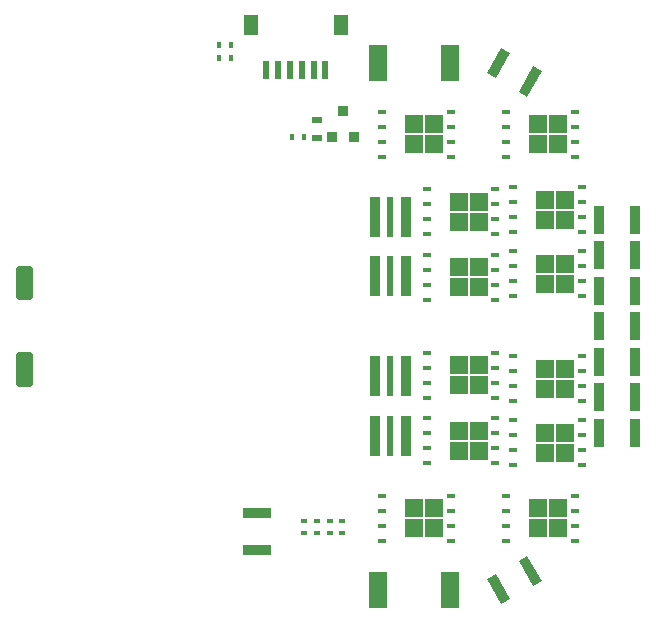
<source format=gbr>
G04 EAGLE Gerber RS-274X export*
G75*
%MOMM*%
%FSLAX34Y34*%
%LPD*%
%AMOC8*
5,1,8,0,0,1.08239X$1,22.5*%
G01*
%ADD10R,0.750000X0.400000*%
%ADD11R,1.500000X1.500000*%
%ADD12R,0.949200X3.349200*%
%ADD13R,0.549200X3.349200*%
%ADD14R,0.949200X0.949200*%
%ADD15R,0.449200X0.549200*%
%ADD16R,0.549200X0.449200*%
%ADD17R,0.849200X2.449200*%
%ADD18R,1.549200X3.049200*%
%ADD19R,0.549200X1.499200*%
%ADD20R,1.149200X1.749200*%
%ADD21C,0.695616*%
%ADD22R,2.449200X0.849200*%
%ADD23R,0.849200X0.549200*%


D10*
X76000Y103350D03*
X76000Y116050D03*
X76000Y90650D03*
X76000Y77950D03*
D11*
X103000Y105500D03*
D10*
X134000Y116050D03*
X134000Y103350D03*
X134000Y90650D03*
X134000Y77950D03*
D11*
X103000Y88500D03*
X120000Y105500D03*
X120000Y88500D03*
D10*
X143000Y168850D03*
X143000Y181550D03*
X143000Y156150D03*
X143000Y143450D03*
D11*
X170000Y171000D03*
D10*
X201000Y181550D03*
X201000Y168850D03*
X201000Y156150D03*
X201000Y143450D03*
D11*
X170000Y154000D03*
X187000Y171000D03*
X187000Y154000D03*
D12*
X58000Y92500D03*
D13*
X45000Y92500D03*
D12*
X32000Y92500D03*
X58000Y42500D03*
D13*
X45000Y42500D03*
D12*
X32000Y42500D03*
D14*
X4750Y182000D03*
X14250Y160000D03*
X-4750Y160000D03*
D15*
X-28500Y160250D03*
X-38500Y160250D03*
D10*
X149000Y104850D03*
X149000Y117550D03*
X149000Y92150D03*
X149000Y79450D03*
D11*
X176000Y107000D03*
D10*
X207000Y117550D03*
X207000Y104850D03*
X207000Y92150D03*
X207000Y79450D03*
D11*
X176000Y90000D03*
X193000Y107000D03*
X193000Y90000D03*
D10*
X38000Y168850D03*
X38000Y181550D03*
X38000Y156150D03*
X38000Y143450D03*
D11*
X65000Y171000D03*
D10*
X96000Y181550D03*
X96000Y168850D03*
X96000Y156150D03*
X96000Y143450D03*
D11*
X65000Y154000D03*
X82000Y171000D03*
X82000Y154000D03*
D10*
X38000Y-156150D03*
X38000Y-143450D03*
X38000Y-168850D03*
X38000Y-181550D03*
D11*
X65000Y-154000D03*
D10*
X96000Y-143450D03*
X96000Y-156150D03*
X96000Y-168850D03*
X96000Y-181550D03*
D11*
X65000Y-171000D03*
X82000Y-154000D03*
X82000Y-171000D03*
D10*
X143000Y-156150D03*
X143000Y-143450D03*
X143000Y-168850D03*
X143000Y-181550D03*
D11*
X170000Y-154000D03*
D10*
X201000Y-143450D03*
X201000Y-156150D03*
X201000Y-168850D03*
X201000Y-181550D03*
D11*
X170000Y-171000D03*
X187000Y-154000D03*
X187000Y-171000D03*
D12*
X32000Y-92500D03*
D13*
X45000Y-92500D03*
D12*
X58000Y-92500D03*
X32000Y-42500D03*
D13*
X45000Y-42500D03*
D12*
X58000Y-42500D03*
D16*
X-17500Y-165000D03*
X-17500Y-175000D03*
X4500Y-165000D03*
X4500Y-175000D03*
D10*
X149000Y-92150D03*
X149000Y-79450D03*
X149000Y-104850D03*
X149000Y-117550D03*
D11*
X176000Y-90000D03*
D10*
X207000Y-79450D03*
X207000Y-92150D03*
X207000Y-104850D03*
X207000Y-117550D03*
D11*
X176000Y-107000D03*
X193000Y-90000D03*
X193000Y-107000D03*
D16*
X-28500Y-165000D03*
X-28500Y-175000D03*
D10*
X76000Y-90650D03*
X76000Y-77950D03*
X76000Y-103350D03*
X76000Y-116050D03*
D11*
X103000Y-88500D03*
D10*
X134000Y-77950D03*
X134000Y-90650D03*
X134000Y-103350D03*
X134000Y-116050D03*
D11*
X103000Y-105500D03*
X120000Y-88500D03*
X120000Y-105500D03*
D16*
X-6500Y-165000D03*
X-6500Y-175000D03*
D10*
X76000Y-35150D03*
X76000Y-22450D03*
X76000Y-47850D03*
X76000Y-60550D03*
D11*
X103000Y-33000D03*
D10*
X134000Y-22450D03*
X134000Y-35150D03*
X134000Y-47850D03*
X134000Y-60550D03*
D11*
X103000Y-50000D03*
X120000Y-33000D03*
X120000Y-50000D03*
D10*
X149000Y-38150D03*
X149000Y-25450D03*
X149000Y-50850D03*
X149000Y-63550D03*
D11*
X176000Y-36000D03*
D10*
X207000Y-25450D03*
X207000Y-38150D03*
X207000Y-50850D03*
X207000Y-63550D03*
D11*
X176000Y-53000D03*
X193000Y-36000D03*
X193000Y-53000D03*
D10*
X149000Y50850D03*
X149000Y63550D03*
X149000Y38150D03*
X149000Y25450D03*
D11*
X176000Y53000D03*
D10*
X207000Y63550D03*
X207000Y50850D03*
X207000Y38150D03*
X207000Y25450D03*
D11*
X176000Y36000D03*
X193000Y53000D03*
X193000Y36000D03*
D10*
X76000Y47850D03*
X76000Y60550D03*
X76000Y35150D03*
X76000Y22450D03*
D11*
X103000Y50000D03*
D10*
X134000Y60550D03*
X134000Y47850D03*
X134000Y35150D03*
X134000Y22450D03*
D11*
X103000Y33000D03*
X120000Y50000D03*
X120000Y33000D03*
D17*
G36*
X146377Y-231232D02*
X139022Y-235478D01*
X126777Y-214268D01*
X134132Y-210022D01*
X146377Y-231232D01*
G37*
G36*
X173223Y-215732D02*
X165868Y-219978D01*
X153623Y-198768D01*
X160978Y-194522D01*
X173223Y-215732D01*
G37*
X252500Y30000D03*
X221500Y30000D03*
X252500Y-90000D03*
X221500Y-90000D03*
X252500Y-30000D03*
X221500Y-30000D03*
X252500Y0D03*
X221500Y0D03*
X252500Y-60000D03*
X221500Y-60000D03*
X252500Y60000D03*
X221500Y60000D03*
G36*
X134132Y210022D02*
X126777Y214268D01*
X139022Y235478D01*
X146377Y231232D01*
X134132Y210022D01*
G37*
G36*
X160978Y194522D02*
X153623Y198768D01*
X165868Y219978D01*
X173223Y215732D01*
X160978Y194522D01*
G37*
X252500Y90000D03*
X221500Y90000D03*
D18*
X34500Y-223000D03*
X95500Y-223000D03*
X34500Y223000D03*
X95500Y223000D03*
D15*
X-90000Y238500D03*
X-100000Y238500D03*
X-90000Y227500D03*
X-100000Y227500D03*
D19*
X-10000Y217000D03*
X-20000Y217000D03*
X-30000Y217000D03*
X-40000Y217000D03*
X-50000Y217000D03*
X-60000Y217000D03*
D20*
X3000Y255250D03*
X-73000Y255250D03*
D21*
X-261232Y47768D02*
X-261232Y25232D01*
X-268768Y25232D01*
X-268768Y47768D01*
X-261232Y47768D01*
X-261232Y31840D02*
X-268768Y31840D01*
X-268768Y38448D02*
X-261232Y38448D01*
X-261232Y45056D02*
X-268768Y45056D01*
X-261232Y-25232D02*
X-261232Y-47768D01*
X-268768Y-47768D01*
X-268768Y-25232D01*
X-261232Y-25232D01*
X-261232Y-41160D02*
X-268768Y-41160D01*
X-268768Y-34552D02*
X-261232Y-34552D01*
X-261232Y-27944D02*
X-268768Y-27944D01*
D22*
X-67500Y-158000D03*
X-67500Y-189000D03*
D23*
X-17250Y174250D03*
X-17250Y159750D03*
M02*

</source>
